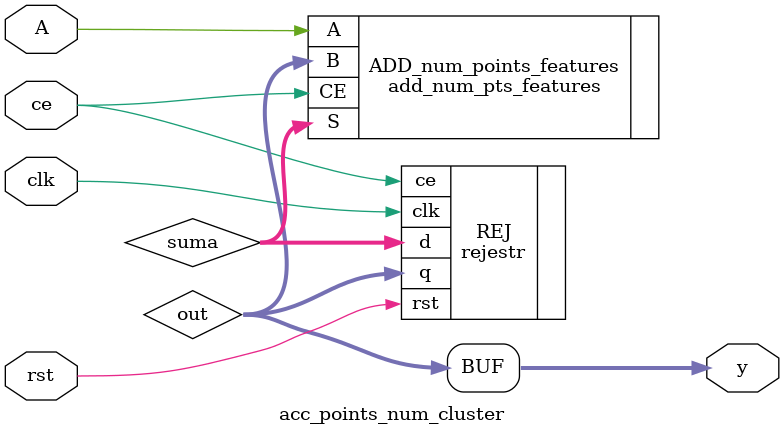
<source format=v>
`timescale 1ns / 1ps

module acc_points_num_cluster(
    input clk,
    input ce,
    input rst,
    input A,
    
    output [10:0]y    //2000 easily 
);
    
wire [10:0]out;
wire [10:0]suma;

rejestr# (.N(11)) REJ
(
    .clk(clk),
    .ce(ce),
    .rst(rst),
    .d(suma),
    .q(out)
);

// latencja = 0
add_num_pts_features ADD_num_points_features
(
    .A(A),
    .B(out),
    .CE(ce),
    .S(suma)
);

assign y = out;
    
endmodule

</source>
